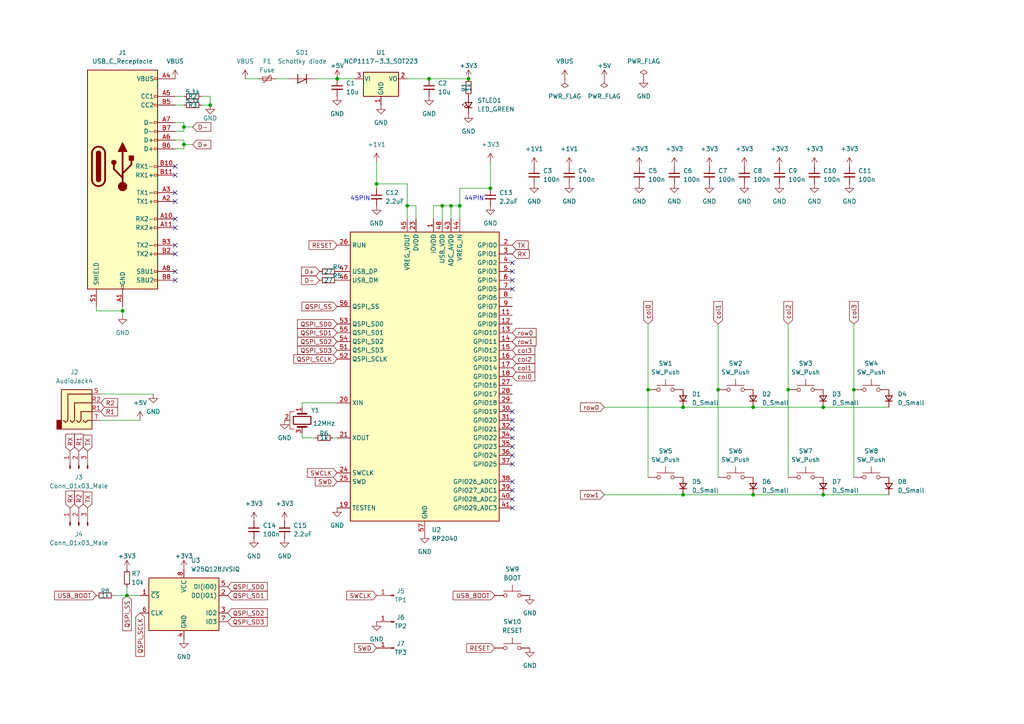
<source format=kicad_sch>
(kicad_sch (version 20211123) (generator eeschema)
  (paper "A4")
  (lib_symbols
    (symbol "Connector:AudioJack4"
      (property "Reference" "J" (at 0 8.89 0))
      (property "Value" "AudioJack4" (at 0 6.35 0))
      (symbol "AudioJack4_0_1"
        (rectangle (start -6.35 -5.08) (end -7.62 -7.62) (stroke (width 0.254)) (fill (type outline)))
        (polyline (pts (xy 0 -5.08) (xy 0.635 -5.715) (xy 1.27 -5.08) (xy 2.54 -5.08)) (stroke (width 0.254)))
        (polyline (pts (xy -5.715 -5.08) (xy -5.08 -5.715) (xy -4.445 -5.08) (xy -4.445 2.54) (xy 2.54 2.54)) (stroke (width 0.254)))
        (polyline (pts (xy -1.905 -5.08) (xy -1.27 -5.715) (xy -0.635 -5.08) (xy -0.635 -2.54) (xy 2.54 -2.54)) (stroke (width 0.254)))
        (polyline (pts (xy 2.54 0) (xy -2.54 0) (xy -2.54 -5.08) (xy -3.175 -5.715) (xy -3.81 -5.08)) (stroke (width 0.254)))
        (rectangle (start 2.54 3.81) (end -6.35 -7.62) (stroke (width 0.254)) (fill (type background)))
      )
      (symbol "AudioJack4_1_1"
        (pin passive line (at 5.08 -2.54 180) (length 2.54) (name "~") (number "R1"))
        (pin passive line (at 5.08 0 180) (length 2.54) (name "~") (number "R2"))
        (pin passive line (at 5.08 2.54 180) (length 2.54) (name "~") (number "S"))
        (pin passive line (at 5.08 -5.08 180) (length 2.54) (name "~") (number "T"))
      )
    )
    (symbol "Connector:Conn_01x01_Male" (pin_names (offset 1.016) hide)
      (property "Reference" "J" (at 0 2.54 0))
      (property "Value" "Conn_01x01_Male" (at 0 -2.54 0))
      (symbol "Conn_01x01_Male_1_1"
        (polyline (pts (xy 1.27 0) (xy 0.8636 0)) (stroke (width 0.1524)))
        (rectangle (start 0.8636 0.127) (end 0 -0.127) (stroke (width 0.1524)) (fill (type outline)))
        (pin passive line (at 5.08 0 180) (length 3.81) (name "Pin_1") (number "1"))
      )
    )
    (symbol "Connector:Conn_01x03_Male" (pin_names (offset 1.016) hide)
      (property "Reference" "J" (at 0 5.08 0))
      (property "Value" "Conn_01x03_Male" (at 0 -5.08 0))
      (symbol "Conn_01x03_Male_1_1"
        (polyline (pts (xy 1.27 -2.54) (xy 0.8636 -2.54)) (stroke (width 0.1524)))
        (polyline (pts (xy 1.27 0) (xy 0.8636 0)) (stroke (width 0.1524)))
        (polyline (pts (xy 1.27 2.54) (xy 0.8636 2.54)) (stroke (width 0.1524)))
        (rectangle (start 0.8636 -2.413) (end 0 -2.667) (stroke (width 0.1524)) (fill (type outline)))
        (rectangle (start 0.8636 0.127) (end 0 -0.127) (stroke (width 0.1524)) (fill (type outline)))
        (rectangle (start 0.8636 2.667) (end 0 2.413) (stroke (width 0.1524)) (fill (type outline)))
        (pin passive line (at 5.08 2.54 180) (length 3.81) (name "Pin_1") (number "1"))
        (pin passive line (at 5.08 0 180) (length 3.81) (name "Pin_2") (number "2"))
        (pin passive line (at 5.08 -2.54 180) (length 3.81) (name "Pin_3") (number "3"))
      )
    )
    (symbol "Connector:USB_C_Receptacle" (pin_names (offset 1.016))
      (property "Reference" "J" (at -10.16 29.21 0))
      (property "Value" "USB_C_Receptacle" (at 10.16 29.21 0))
      (symbol "USB_C_Receptacle_0_0"
        (rectangle (start -0.254 -35.56) (end 0.254 -34.544))
        (rectangle (start 10.16 -32.766) (end 9.144 -33.274))
        (rectangle (start 10.16 -30.226) (end 9.144 -30.734))
        (rectangle (start 10.16 -25.146) (end 9.144 -25.654))
        (rectangle (start 10.16 -22.606) (end 9.144 -23.114))
        (rectangle (start 10.16 -17.526) (end 9.144 -18.034))
        (rectangle (start 10.16 -14.986) (end 9.144 -15.494))
        (rectangle (start 10.16 -9.906) (end 9.144 -10.414))
        (rectangle (start 10.16 -7.366) (end 9.144 -7.874))
        (rectangle (start 10.16 -2.286) (end 9.144 -2.794))
        (rectangle (start 10.16 0.254) (end 9.144 -0.254))
        (rectangle (start 10.16 5.334) (end 9.144 4.826))
        (rectangle (start 10.16 7.874) (end 9.144 7.366))
        (rectangle (start 10.16 10.414) (end 9.144 9.906))
        (rectangle (start 10.16 12.954) (end 9.144 12.446))
        (rectangle (start 10.16 18.034) (end 9.144 17.526))
        (rectangle (start 10.16 20.574) (end 9.144 20.066))
        (rectangle (start 10.16 25.654) (end 9.144 25.146))
      )
      (symbol "USB_C_Receptacle_0_1"
        (rectangle (start -10.16 27.94) (end 10.16 -35.56) (stroke (width 0.254)) (fill (type background)))
        (arc (start -8.89 -3.81) (mid -6.985 -5.715) (end -5.08 -3.81) (stroke (width 0.508)))
        (arc (start -7.62 -3.81) (mid -6.985 -4.445) (end -6.35 -3.81) (stroke (width 0.254)))
        (arc (start -7.62 -3.81) (mid -6.985 -4.445) (end -6.35 -3.81) (stroke (width 0.254)) (fill (type outline)))
        (rectangle (start -7.62 -3.81) (end -6.35 3.81) (stroke (width 0.254)) (fill (type outline)))
        (arc (start -6.35 3.81) (mid -6.985 4.445) (end -7.62 3.81) (stroke (width 0.254)))
        (arc (start -6.35 3.81) (mid -6.985 4.445) (end -7.62 3.81) (stroke (width 0.254)) (fill (type outline)))
        (arc (start -5.08 3.81) (mid -6.985 5.715) (end -8.89 3.81) (stroke (width 0.508)))
        (polyline (pts (xy -8.89 -3.81) (xy -8.89 3.81)) (stroke (width 0.508)))
        (polyline (pts (xy -5.08 3.81) (xy -5.08 -3.81)) (stroke (width 0.508)))
      )
      (symbol "USB_C_Receptacle_1_1"
        (circle (center -2.54 1.143) (radius 0.635) (stroke (width 0.254)) (fill (type outline)))
        (circle (center 0 -5.842) (radius 1.27) (fill (type outline)))
        (polyline (pts (xy 0 -5.842) (xy 0 4.318)) (stroke (width 0.508)))
        (polyline (pts (xy 0 -3.302) (xy -2.54 -0.762) (xy -2.54 0.508)) (stroke (width 0.508)))
        (polyline (pts (xy 0 -2.032) (xy 2.54 0.508) (xy 2.54 1.778)) (stroke (width 0.508)))
        (polyline (pts (xy -1.27 4.318) (xy 0 6.858) (xy 1.27 4.318) (xy -1.27 4.318)) (stroke (width 0.254)) (fill (type outline)))
        (rectangle (start 1.905 1.778) (end 3.175 3.048) (stroke (width 0.254)) (fill (type outline)))
        (pin passive line (at 0 -40.64 90) (length 5.08) (name "GND") (number "A1"))
        (pin bidirectional line (at 15.24 -15.24 180) (length 5.08) (name "RX2-") (number "A10"))
        (pin bidirectional line (at 15.24 -17.78 180) (length 5.08) (name "RX2+") (number "A11"))
        (pin passive line (at 0 -40.64 90) (length 5.08) hide (name "GND") (number "A12"))
        (pin bidirectional line (at 15.24 -10.16 180) (length 5.08) (name "TX1+") (number "A2"))
        (pin bidirectional line (at 15.24 -7.62 180) (length 5.08) (name "TX1-") (number "A3"))
        (pin passive line (at 15.24 25.4 180) (length 5.08) (name "VBUS") (number "A4"))
        (pin bidirectional line (at 15.24 20.32 180) (length 5.08) (name "CC1") (number "A5"))
        (pin bidirectional line (at 15.24 7.62 180) (length 5.08) (name "D+") (number "A6"))
        (pin bidirectional line (at 15.24 12.7 180) (length 5.08) (name "D-") (number "A7"))
        (pin bidirectional line (at 15.24 -30.48 180) (length 5.08) (name "SBU1") (number "A8"))
        (pin passive line (at 15.24 25.4 180) (length 5.08) hide (name "VBUS") (number "A9"))
        (pin passive line (at 0 -40.64 90) (length 5.08) hide (name "GND") (number "B1"))
        (pin bidirectional line (at 15.24 0 180) (length 5.08) (name "RX1-") (number "B10"))
        (pin bidirectional line (at 15.24 -2.54 180) (length 5.08) (name "RX1+") (number "B11"))
        (pin passive line (at 0 -40.64 90) (length 5.08) hide (name "GND") (number "B12"))
        (pin bidirectional line (at 15.24 -25.4 180) (length 5.08) (name "TX2+") (number "B2"))
        (pin bidirectional line (at 15.24 -22.86 180) (length 5.08) (name "TX2-") (number "B3"))
        (pin passive line (at 15.24 25.4 180) (length 5.08) hide (name "VBUS") (number "B4"))
        (pin bidirectional line (at 15.24 17.78 180) (length 5.08) (name "CC2") (number "B5"))
        (pin bidirectional line (at 15.24 5.08 180) (length 5.08) (name "D+") (number "B6"))
        (pin bidirectional line (at 15.24 10.16 180) (length 5.08) (name "D-") (number "B7"))
        (pin bidirectional line (at 15.24 -33.02 180) (length 5.08) (name "SBU2") (number "B8"))
        (pin passive line (at 15.24 25.4 180) (length 5.08) hide (name "VBUS") (number "B9"))
        (pin passive line (at -7.62 -40.64 90) (length 5.08) (name "SHIELD") (number "S1"))
      )
    )
    (symbol "Device:C_Small" (pin_numbers hide) (pin_names (offset 0.254) hide)
      (property "Reference" "C" (at 0.254 1.778 0))
      (property "Value" "C_Small" (at 0.254 -2.032 0))
      (symbol "C_Small_0_1"
        (polyline (pts (xy -1.524 -0.508) (xy 1.524 -0.508)) (stroke (width 0.3302)))
        (polyline (pts (xy -1.524 0.508) (xy 1.524 0.508)) (stroke (width 0.3048)))
      )
      (symbol "C_Small_1_1"
        (pin passive line (at 0 2.54 270) (length 2.032) (name "~") (number "1"))
        (pin passive line (at 0 -2.54 90) (length 2.032) (name "~") (number "2"))
      )
    )
    (symbol "Device:Crystal_GND2" (pin_names (offset 1.016) hide)
      (property "Reference" "Y" (at 0 5.715 0))
      (property "Value" "Crystal_GND2" (at 0 3.81 0))
      (symbol "Crystal_GND2_0_1"
        (rectangle (start -1.143 2.54) (end 1.143 -2.54) (stroke (width 0.3048)))
        (polyline (pts (xy -2.54 0) (xy -1.905 0)))
        (polyline (pts (xy -1.905 -1.27) (xy -1.905 1.27)) (stroke (width 0.508)))
        (polyline (pts (xy 0 -3.81) (xy 0 -3.556)))
        (polyline (pts (xy 1.905 0) (xy 2.54 0)))
        (polyline (pts (xy 1.905 1.27) (xy 1.905 -1.27)) (stroke (width 0.508)))
        (polyline (pts (xy -2.54 -2.286) (xy -2.54 -3.556) (xy 2.54 -3.556) (xy 2.54 -2.286)))
      )
      (symbol "Crystal_GND2_1_1"
        (pin passive line (at -3.81 0 0) (length 1.27) (name "1") (number "1"))
        (pin passive line (at 0 -5.08 90) (length 1.27) (name "2") (number "2"))
        (pin passive line (at 3.81 0 180) (length 1.27) (name "3") (number "3"))
      )
    )
    (symbol "Device:D_Shockley" (pin_numbers hide) (pin_names (offset 1.016) hide)
      (property "Reference" "D" (at 0 2.54 0))
      (property "Value" "D_Shockley" (at 0 -2.54 0))
      (symbol "D_Shockley_0_1"
        (polyline (pts (xy -1.27 0) (xy 1.27 0)))
        (polyline (pts (xy -1.27 1.27) (xy -1.27 -1.27)) (stroke (width 0.254)))
        (polyline (pts (xy -1.27 0) (xy 1.27 1.27) (xy 1.27 -1.27)) (stroke (width 0.254)))
      )
      (symbol "D_Shockley_1_1"
        (pin passive line (at -3.81 0 0) (length 2.54) (name "K") (number "1"))
        (pin passive line (at 3.81 0 180) (length 2.54) (name "A") (number "2"))
      )
    )
    (symbol "Device:D_Small" (pin_numbers hide) (pin_names (offset 0.254) hide)
      (property "Reference" "D" (at -1.27 2.032 0))
      (property "Value" "D_Small" (at -3.81 -2.032 0))
      (symbol "D_Small_0_1"
        (polyline (pts (xy -0.762 -1.016) (xy -0.762 1.016)) (stroke (width 0.254)))
        (polyline (pts (xy -0.762 0) (xy 0.762 0)))
        (polyline (pts (xy 0.762 -1.016) (xy -0.762 0) (xy 0.762 1.016) (xy 0.762 -1.016)) (stroke (width 0.254)))
      )
      (symbol "D_Small_1_1"
        (pin passive line (at -2.54 0 0) (length 1.778) (name "K") (number "1"))
        (pin passive line (at 2.54 0 180) (length 1.778) (name "A") (number "2"))
      )
    )
    (symbol "Device:LED_Small" (pin_numbers hide) (pin_names (offset 0.254) hide)
      (property "Reference" "D" (at -1.27 3.175 0))
      (property "Value" "LED_Small" (at -4.445 -2.54 0))
      (symbol "LED_Small_0_1"
        (polyline (pts (xy -0.762 -1.016) (xy -0.762 1.016)) (stroke (width 0.254)))
        (polyline (pts (xy 1.016 0) (xy -0.762 0)))
        (polyline (pts (xy 0.762 -1.016) (xy -0.762 0) (xy 0.762 1.016) (xy 0.762 -1.016)) (stroke (width 0.254)))
        (polyline (pts (xy 0 0.762) (xy -0.508 1.27) (xy -0.254 1.27) (xy -0.508 1.27) (xy -0.508 1.016)))
        (polyline (pts (xy 0.508 1.27) (xy 0 1.778) (xy 0.254 1.778) (xy 0 1.778) (xy 0 1.524)))
      )
      (symbol "LED_Small_1_1"
        (pin passive line (at -2.54 0 0) (length 1.778) (name "K") (number "1"))
        (pin passive line (at 2.54 0 180) (length 1.778) (name "A") (number "2"))
      )
    )
    (symbol "Device:Polyfuse_Small" (pin_numbers hide) (pin_names (offset 0))
      (property "Reference" "F" (at -1.905 0 90))
      (property "Value" "Polyfuse_Small" (at 1.905 0 90))
      (symbol "Polyfuse_Small_0_1"
        (rectangle (start -0.508 1.27) (end 0.508 -1.27))
        (polyline (pts (xy 0 2.54) (xy 0 -2.54)))
        (polyline (pts (xy -1.016 1.27) (xy -1.016 0.762) (xy 1.016 -0.762) (xy 1.016 -1.27)))
      )
      (symbol "Polyfuse_Small_1_1"
        (pin passive line (at 0 2.54 270) (length 0.635) (name "~") (number "1"))
        (pin passive line (at 0 -2.54 90) (length 0.635) (name "~") (number "2"))
      )
    )
    (symbol "Device:R_Small" (pin_numbers hide) (pin_names (offset 0.254) hide)
      (property "Reference" "R" (at 0.762 0.508 0))
      (property "Value" "R_Small" (at 0.762 -1.016 0))
      (symbol "R_Small_0_1"
        (rectangle (start -0.762 1.778) (end 0.762 -1.778) (stroke (width 0.2032)))
      )
      (symbol "R_Small_1_1"
        (pin passive line (at 0 2.54 270) (length 0.762) (name "~") (number "1"))
        (pin passive line (at 0 -2.54 90) (length 0.762) (name "~") (number "2"))
      )
    )
    (symbol "MCU_RaspberryPi:RP2040"
      (property "Reference" "U" (at 17.78 45.72 0))
      (property "Value" "RP2040" (at 17.78 43.18 0))
      (symbol "RP2040_0_1"
        (rectangle (start -21.59 41.91) (end 21.59 -41.91) (stroke (width 0.254)) (fill (type background)))
      )
      (symbol "RP2040_1_1"
        (pin power_in line (at 2.54 45.72 270) (length 3.81) (name "IOVDD") (number "1"))
        (pin passive line (at 2.54 45.72 270) (length 3.81) hide (name "IOVDD") (number "10"))
        (pin bidirectional line (at 25.4 17.78 180) (length 3.81) (name "GPIO8") (number "11"))
        (pin bidirectional line (at 25.4 15.24 180) (length 3.81) (name "GPIO9") (number "12"))
        (pin bidirectional line (at 25.4 12.7 180) (length 3.81) (name "GPIO10") (number "13"))
        (pin bidirectional line (at 25.4 10.16 180) (length 3.81) (name "GPIO11") (number "14"))
        (pin bidirectional line (at 25.4 7.62 180) (length 3.81) (name "GPIO12") (number "15"))
        (pin bidirectional line (at 25.4 5.08 180) (length 3.81) (name "GPIO13") (number "16"))
        (pin bidirectional line (at 25.4 2.54 180) (length 3.81) (name "GPIO14") (number "17"))
        (pin bidirectional line (at 25.4 0 180) (length 3.81) (name "GPIO15") (number "18"))
        (pin input line (at -25.4 -38.1 0) (length 3.81) (name "TESTEN") (number "19"))
        (pin bidirectional line (at 25.4 38.1 180) (length 3.81) (name "GPIO0") (number "2"))
        (pin input line (at -25.4 -7.62 0) (length 3.81) (name "XIN") (number "20"))
        (pin passive line (at -25.4 -17.78 0) (length 3.81) (name "XOUT") (number "21"))
        (pin passive line (at 2.54 45.72 270) (length 3.81) hide (name "IOVDD") (number "22"))
        (pin power_in line (at -2.54 45.72 270) (length 3.81) (name "DVDD") (number "23"))
        (pin output line (at -25.4 -27.94 0) (length 3.81) (name "SWCLK") (number "24"))
        (pin bidirectional line (at -25.4 -30.48 0) (length 3.81) (name "SWD") (number "25"))
        (pin input line (at -25.4 38.1 0) (length 3.81) (name "RUN") (number "26"))
        (pin bidirectional line (at 25.4 -2.54 180) (length 3.81) (name "GPIO16") (number "27"))
        (pin bidirectional line (at 25.4 -5.08 180) (length 3.81) (name "GPIO17") (number "28"))
        (pin bidirectional line (at 25.4 -7.62 180) (length 3.81) (name "GPIO18") (number "29"))
        (pin bidirectional line (at 25.4 35.56 180) (length 3.81) (name "GPIO1") (number "3"))
        (pin bidirectional line (at 25.4 -10.16 180) (length 3.81) (name "GPIO19") (number "30"))
        (pin bidirectional line (at 25.4 -12.7 180) (length 3.81) (name "GPIO20") (number "31"))
        (pin bidirectional line (at 25.4 -15.24 180) (length 3.81) (name "GPIO21") (number "32"))
        (pin passive line (at 2.54 45.72 270) (length 3.81) hide (name "IOVDD") (number "33"))
        (pin bidirectional line (at 25.4 -17.78 180) (length 3.81) (name "GPIO22") (number "34"))
        (pin bidirectional line (at 25.4 -20.32 180) (length 3.81) (name "GPIO23") (number "35"))
        (pin bidirectional line (at 25.4 -22.86 180) (length 3.81) (name "GPIO24") (number "36"))
        (pin bidirectional line (at 25.4 -25.4 180) (length 3.81) (name "GPIO25") (number "37"))
        (pin bidirectional line (at 25.4 -30.48 180) (length 3.81) (name "GPIO26_ADC0") (number "38"))
        (pin bidirectional line (at 25.4 -33.02 180) (length 3.81) (name "GPIO27_ADC1") (number "39"))
        (pin bidirectional line (at 25.4 33.02 180) (length 3.81) (name "GPIO2") (number "4"))
        (pin bidirectional line (at 25.4 -35.56 180) (length 3.81) (name "GPIO28_ADC2") (number "40"))
        (pin bidirectional line (at 25.4 -38.1 180) (length 3.81) (name "GPIO29_ADC3") (number "41"))
        (pin passive line (at 2.54 45.72 270) (length 3.81) hide (name "IOVDD") (number "42"))
        (pin power_in line (at 7.62 45.72 270) (length 3.81) (name "ADC_AVDD") (number "43"))
        (pin power_in line (at 10.16 45.72 270) (length 3.81) (name "VREG_IN") (number "44"))
        (pin power_out line (at -5.08 45.72 270) (length 3.81) (name "VREG_VOUT") (number "45"))
        (pin bidirectional line (at -25.4 27.94 0) (length 3.81) (name "USB_DM") (number "46"))
        (pin bidirectional line (at -25.4 30.48 0) (length 3.81) (name "USB_DP") (number "47"))
        (pin power_in line (at 5.08 45.72 270) (length 3.81) (name "USB_VDD") (number "48"))
        (pin passive line (at 2.54 45.72 270) (length 3.81) hide (name "IOVDD") (number "49"))
        (pin bidirectional line (at 25.4 30.48 180) (length 3.81) (name "GPIO3") (number "5"))
        (pin passive line (at -2.54 45.72 270) (length 3.81) hide (name "DVDD") (number "50"))
        (pin bidirectional line (at -25.4 7.62 0) (length 3.81) (name "QSPI_SD3") (number "51"))
        (pin output line (at -25.4 5.08 0) (length 3.81) (name "QSPI_SCLK") (number "52"))
        (pin bidirectional line (at -25.4 15.24 0) (length 3.81) (name "QSPI_SD0") (number "53"))
        (pin bidirectional line (at -25.4 10.16 0) (length 3.81) (name "QSPI_SD2") (number "54"))
        (pin bidirectional line (at -25.4 12.7 0) (length 3.81) (name "QSPI_SD1") (number "55"))
        (pin bidirectional line (at -25.4 20.32 0) (length 3.81) (name "QSPI_SS") (number "56"))
        (pin power_in line (at 0 -45.72 90) (length 3.81) (name "GND") (number "57"))
        (pin bidirectional line (at 25.4 27.94 180) (length 3.81) (name "GPIO4") (number "6"))
        (pin bidirectional line (at 25.4 25.4 180) (length 3.81) (name "GPIO5") (number "7"))
        (pin bidirectional line (at 25.4 22.86 180) (length 3.81) (name "GPIO6") (number "8"))
        (pin bidirectional line (at 25.4 20.32 180) (length 3.81) (name "GPIO7") (number "9"))
      )
    )
    (symbol "Memory_Flash:W25Q128JVS"
      (property "Reference" "U" (at -8.89 8.89 0))
      (property "Value" "W25Q128JVS" (at 7.62 8.89 0))
      (symbol "W25Q128JVS_0_1"
        (rectangle (start -10.16 7.62) (end 10.16 -7.62) (stroke (width 0.254)) (fill (type background)))
      )
      (symbol "W25Q128JVS_1_1"
        (pin input line (at -12.7 2.54 0) (length 2.54) (name "~{CS}") (number "1"))
        (pin bidirectional line (at 12.7 2.54 180) (length 2.54) (name "DO(IO1)") (number "2"))
        (pin bidirectional line (at 12.7 -2.54 180) (length 2.54) (name "IO2") (number "3"))
        (pin power_in line (at 0 -10.16 90) (length 2.54) (name "GND") (number "4"))
        (pin bidirectional line (at 12.7 5.08 180) (length 2.54) (name "DI(IO0)") (number "5"))
        (pin input line (at -12.7 -2.54 0) (length 2.54) (name "CLK") (number "6"))
        (pin bidirectional line (at 12.7 -5.08 180) (length 2.54) (name "IO3") (number "7"))
        (pin power_in line (at 0 10.16 270) (length 2.54) (name "VCC") (number "8"))
      )
    )
    (symbol "Regulator_Linear:NCP1117-3.3_SOT223" (pin_names (offset 0.254))
      (property "Reference" "U" (at -3.81 3.175 0))
      (property "Value" "NCP1117-3.3_SOT223" (at 0 3.175 0))
      (symbol "NCP1117-3.3_SOT223_0_1"
        (rectangle (start -5.08 -5.08) (end 5.08 1.905) (stroke (width 0.254)) (fill (type background)))
      )
      (symbol "NCP1117-3.3_SOT223_1_1"
        (pin power_in line (at 0 -7.62 90) (length 2.54) (name "GND") (number "1"))
        (pin power_out line (at 7.62 0 180) (length 2.54) (name "VO") (number "2"))
        (pin power_in line (at -7.62 0 0) (length 2.54) (name "VI") (number "3"))
      )
    )
    (symbol "Switch:SW_Push" (pin_numbers hide) (pin_names (offset 1.016) hide)
      (property "Reference" "SW" (at 1.27 2.54 0))
      (property "Value" "SW_Push" (at 0 -1.524 0))
      (symbol "SW_Push_0_1"
        (circle (center -2.032 0) (radius 0.508))
        (polyline (pts (xy 0 1.27) (xy 0 3.048)))
        (polyline (pts (xy 2.54 1.27) (xy -2.54 1.27)))
        (circle (center 2.032 0) (radius 0.508))
        (pin passive line (at -5.08 0 0) (length 2.54) (name "1") (number "1"))
        (pin passive line (at 5.08 0 180) (length 2.54) (name "2") (number "2"))
      )
    )
    (symbol "power:+1V1" (power) (pin_names (offset 0))
      (property "Value" "+1V1" (at 0 3.556 0))
      (symbol "+1V1_0_1"
        (polyline (pts (xy -0.762 1.27) (xy 0 2.54)))
        (polyline (pts (xy 0 0) (xy 0 2.54)))
        (polyline (pts (xy 0 2.54) (xy 0.762 1.27)))
      )
      (symbol "+1V1_1_1"
        (pin power_in line (at 0 0 90) (length 0) hide (name "+1V1") (number "1"))
      )
    )
    (symbol "power:+3V3" (power) (pin_names (offset 0))
      (property "Value" "+3V3" (at 0 3.556 0))
      (symbol "+3V3_0_1"
        (polyline (pts (xy -0.762 1.27) (xy 0 2.54)))
        (polyline (pts (xy 0 0) (xy 0 2.54)))
        (polyline (pts (xy 0 2.54) (xy 0.762 1.27)))
      )
      (symbol "+3V3_1_1"
        (pin power_in line (at 0 0 90) (length 0) hide (name "+3V3") (number "1"))
      )
    )
    (symbol "power:+5V" (power) (pin_names (offset 0))
      (property "Value" "+5V" (at 0 3.556 0))
      (symbol "+5V_0_1"
        (polyline (pts (xy -0.762 1.27) (xy 0 2.54)))
        (polyline (pts (xy 0 0) (xy 0 2.54)))
        (polyline (pts (xy 0 2.54) (xy 0.762 1.27)))
      )
      (symbol "+5V_1_1"
        (pin power_in line (at 0 0 90) (length 0) hide (name "+5V") (number "1"))
      )
    )
    (symbol "power:GND" (power) (pin_names (offset 0))
      (property "Value" "GND" (at 0 -3.81 0))
      (symbol "GND_0_1"
        (polyline (pts (xy 0 0) (xy 0 -1.27) (xy 1.27 -1.27) (xy 0 -2.54) (xy -1.27 -1.27) (xy 0 -1.27)))
      )
      (symbol "GND_1_1"
        (pin power_in line (at 0 0 270) (length 0) hide (name "GND") (number "1"))
      )
    )
    (symbol "power:PWR_FLAG" (power) (pin_numbers hide) (pin_names (offset 0) hide)
      (property "Value" "PWR_FLAG" (at 0 3.81 0))
      (symbol "PWR_FLAG_0_0"
        (pin power_out line (at 0 0 90) (length 0) (name "pwr") (number "1"))
      )
      (symbol "PWR_FLAG_0_1"
        (polyline (pts (xy 0 0) (xy 0 1.27) (xy -1.016 1.905) (xy 0 2.54) (xy 1.016 1.905) (xy 0 1.27)))
      )
    )
    (symbol "power:VBUS" (power) (pin_names (offset 0))
      (property "Value" "VBUS" (at 0 3.81 0))
      (symbol "VBUS_0_1"
        (polyline (pts (xy -0.762 1.27) (xy 0 2.54)))
        (polyline (pts (xy 0 0) (xy 0 2.54)))
        (polyline (pts (xy 0 2.54) (xy 0.762 1.27)))
      )
      (symbol "VBUS_1_1"
        (pin power_in line (at 0 0 90) (length 0) hide (name "VBUS") (number "1"))
      )
    )
  )
  (junction (at 36.83 172.72))
  (junction (at 60.96 30.48))
  (junction (at 109.22 53.34))
  (junction (at 187.96 113.03))
  (junction (at 208.28 113.03))
  (junction (at 198.12 118.11))
  (junction (at 133.35 59.69))
  (junction (at 198.12 143.51))
  (junction (at 218.44 118.11))
  (junction (at 238.76 143.51))
  (junction (at 118.11 59.69))
  (junction (at 124.46 22.86))
  (junction (at 53.34 41.91))
  (junction (at 130.81 59.69))
  (junction (at 53.34 36.83))
  (junction (at 97.79 22.86))
  (junction (at 228.6 113.03))
  (junction (at 218.44 143.51))
  (junction (at 35.56 90.17))
  (junction (at 142.24 54.61))
  (junction (at 247.65 113.03))
  (junction (at 135.89 22.86))
  (junction (at 238.76 118.11))
  (junction (at 128.27 59.69))
  (no_connect (at 50.8 78.74))
  (no_connect (at 148.59 119.38))
  (no_connect (at 148.59 81.28))
  (no_connect (at 50.8 48.26))
  (no_connect (at 148.59 139.7))
  (no_connect (at 50.8 58.42))
  (no_connect (at 50.8 73.66))
  (no_connect (at 148.59 124.46))
  (no_connect (at 148.59 83.82))
  (no_connect (at 148.59 132.08))
  (no_connect (at 148.59 129.54))
  (no_connect (at 50.8 63.5))
  (no_connect (at 50.8 71.12))
  (no_connect (at 148.59 78.74))
  (no_connect (at 148.59 142.24))
  (no_connect (at 50.8 66.04))
  (no_connect (at 148.59 147.32))
  (no_connect (at 50.8 50.8))
  (no_connect (at 148.59 144.78))
  (no_connect (at 148.59 121.92))
  (no_connect (at 50.8 55.88))
  (no_connect (at 50.8 81.28))
  (no_connect (at 148.59 127))
  (no_connect (at 148.59 76.2))
  (no_connect (at 148.59 134.62))
  (wire (pts (xy 53.34 36.83) (xy 53.34 38.1)))
  (wire (pts (xy 53.34 40.64) (xy 53.34 41.91)))
  (wire (pts (xy 142.24 54.61) (xy 133.35 54.61)))
  (wire (pts (xy 118.11 22.86) (xy 124.46 22.86)))
  (wire (pts (xy 133.35 59.69) (xy 133.35 63.5)))
  (wire (pts (xy 187.96 93.98) (xy 187.96 113.03)))
  (wire (pts (xy 27.94 88.9) (xy 27.94 90.17)))
  (wire (pts (xy 96.52 127) (xy 97.79 127)))
  (wire (pts (xy 50.8 27.94) (xy 53.34 27.94)))
  (wire (pts (xy 58.42 27.94) (xy 60.96 27.94)))
  (wire (pts (xy 247.65 113.03) (xy 247.65 138.43)))
  (wire (pts (xy 33.02 172.72) (xy 36.83 172.72)))
  (wire (pts (xy 125.73 59.69) (xy 128.27 59.69)))
  (wire (pts (xy 29.21 114.3) (xy 44.45 114.3)))
  (wire (pts (xy 133.35 54.61) (xy 133.35 59.69)))
  (wire (pts (xy 109.22 53.34) (xy 109.22 54.61)))
  (wire (pts (xy 80.01 22.86) (xy 83.82 22.86)))
  (wire (pts (xy 118.11 59.69) (xy 118.11 63.5)))
  (wire (pts (xy 238.76 143.51) (xy 257.81 143.51)))
  (wire (pts (xy 50.8 35.56) (xy 53.34 35.56)))
  (wire (pts (xy 142.24 46.99) (xy 142.24 54.61)))
  (wire (pts (xy 87.63 127) (xy 91.44 127)))
  (wire (pts (xy 53.34 38.1) (xy 50.8 38.1)))
  (wire (pts (xy 35.56 88.9) (xy 35.56 90.17)))
  (wire (pts (xy 53.34 41.91) (xy 55.88 41.91)))
  (wire (pts (xy 29.21 121.92) (xy 40.64 121.92)))
  (wire (pts (xy 53.34 41.91) (xy 53.34 43.18)))
  (wire (pts (xy 198.12 143.51) (xy 218.44 143.51)))
  (wire (pts (xy 208.28 93.98) (xy 208.28 113.03)))
  (wire (pts (xy 87.63 116.84) (xy 97.79 116.84)))
  (wire (pts (xy 91.44 22.86) (xy 97.79 22.86)))
  (wire (pts (xy 53.34 43.18) (xy 50.8 43.18)))
  (wire (pts (xy 120.65 59.69) (xy 118.11 59.69)))
  (wire (pts (xy 120.65 59.69) (xy 120.65 63.5)))
  (wire (pts (xy 58.42 30.48) (xy 60.96 30.48)))
  (wire (pts (xy 128.27 59.69) (xy 128.27 63.5)))
  (wire (pts (xy 60.96 27.94) (xy 60.96 30.48)))
  (wire (pts (xy 50.8 40.64) (xy 53.34 40.64)))
  (wire (pts (xy 175.26 118.11) (xy 198.12 118.11)))
  (wire (pts (xy 97.79 22.86) (xy 102.87 22.86)))
  (wire (pts (xy 187.96 113.03) (xy 187.96 138.43)))
  (wire (pts (xy 71.12 22.86) (xy 74.93 22.86)))
  (wire (pts (xy 109.22 53.34) (xy 118.11 53.34)))
  (wire (pts (xy 36.83 172.72) (xy 40.64 172.72)))
  (wire (pts (xy 247.65 93.98) (xy 247.65 113.03)))
  (wire (pts (xy 228.6 113.03) (xy 228.6 138.43)))
  (wire (pts (xy 208.28 113.03) (xy 208.28 138.43)))
  (wire (pts (xy 87.63 125.73) (xy 87.63 127)))
  (wire (pts (xy 228.6 93.98) (xy 228.6 113.03)))
  (wire (pts (xy 36.83 170.18) (xy 36.83 172.72)))
  (wire (pts (xy 198.12 118.11) (xy 218.44 118.11)))
  (wire (pts (xy 238.76 118.11) (xy 257.81 118.11)))
  (wire (pts (xy 218.44 143.51) (xy 238.76 143.51)))
  (wire (pts (xy 87.63 116.84) (xy 87.63 118.11)))
  (wire (pts (xy 109.22 46.99) (xy 109.22 53.34)))
  (wire (pts (xy 53.34 36.83) (xy 55.88 36.83)))
  (wire (pts (xy 118.11 53.34) (xy 118.11 59.69)))
  (wire (pts (xy 124.46 22.86) (xy 135.89 22.86)))
  (wire (pts (xy 128.27 59.69) (xy 130.81 59.69)))
  (wire (pts (xy 175.26 143.51) (xy 198.12 143.51)))
  (wire (pts (xy 130.81 59.69) (xy 133.35 59.69)))
  (wire (pts (xy 53.34 35.56) (xy 53.34 36.83)))
  (wire (pts (xy 125.73 59.69) (xy 125.73 63.5)))
  (wire (pts (xy 50.8 30.48) (xy 53.34 30.48)))
  (wire (pts (xy 27.94 90.17) (xy 35.56 90.17)))
  (wire (pts (xy 130.81 59.69) (xy 130.81 63.5)))
  (wire (pts (xy 218.44 118.11) (xy 238.76 118.11)))
  (wire (pts (xy 35.56 90.17) (xy 35.56 91.44)))
  (text "45PIN" (at 101.6 58.42 0) (effects (font (size 1.27 1.27)) (justify left bottom)))
  (text "44PIN" (at 134.62 58.42 0) (effects (font (size 1.27 1.27)) (justify left bottom)))
  (global_label "row0" (shape input) (at 148.59 96.52 0) (property "シート間のリファレンス" "${INTERSHEET_REFS}" (effects hide)))
  (global_label "R1" (shape input) (at 29.21 119.38 0) (property "シート間のリファレンス" "${INTERSHEET_REFS}" (effects hide)))
  (global_label "RESET" (shape input) (at 97.79 71.12 180) (property "Intersheet References" "${INTERSHEET_REFS}" (effects hide)))
  (global_label "TX" (shape input) (at 25.4 147.32 90) (property "シート間のリファレンス" "${INTERSHEET_REFS}" (effects hide)))
  (global_label "RX" (shape input) (at 20.32 130.81 90) (property "シート間のリファレンス" "${INTERSHEET_REFS}" (effects hide)))
  (global_label "USB_BOOT" (shape input) (at 27.94 172.72 180) (property "Intersheet References" "${INTERSHEET_REFS}" (effects hide)))
  (global_label "col1" (shape input) (at 148.59 106.68 0) (property "シート間のリファレンス" "${INTERSHEET_REFS}" (effects hide)))
  (global_label "RX" (shape input) (at 148.59 73.66 0) (property "シート間のリファレンス" "${INTERSHEET_REFS}" (effects hide)))
  (global_label "QSPI_SD2" (shape input) (at 66.04 177.8 0) (property "Intersheet References" "${INTERSHEET_REFS}" (effects hide)))
  (global_label "R1" (shape input) (at 22.86 130.81 90) (property "シート間のリファレンス" "${INTERSHEET_REFS}" (effects hide)))
  (global_label "row1" (shape input) (at 148.59 99.06 0) (property "シート間のリファレンス" "${INTERSHEET_REFS}" (effects hide)))
  (global_label "QSPI_SCLK" (shape input) (at 40.64 177.8 270) (property "Intersheet References" "${INTERSHEET_REFS}" (effects hide)))
  (global_label "col2" (shape input) (at 228.6 93.98 90) (property "シート間のリファレンス" "${INTERSHEET_REFS}" (effects hide)))
  (global_label "row1" (shape input) (at 175.26 143.51 180) (property "シート間のリファレンス" "${INTERSHEET_REFS}" (effects hide)))
  (global_label "col0" (shape input) (at 148.59 109.22 0) (property "シート間のリファレンス" "${INTERSHEET_REFS}" (effects hide)))
  (global_label "TX" (shape input) (at 25.4 130.81 90) (property "シート間のリファレンス" "${INTERSHEET_REFS}" (effects hide)))
  (global_label "D+" (shape input) (at 55.88 41.91 0) (property "Intersheet References" "${INTERSHEET_REFS}" (effects hide)))
  (global_label "col1" (shape input) (at 208.28 93.98 90) (property "シート間のリファレンス" "${INTERSHEET_REFS}" (effects hide)))
  (global_label "col0" (shape input) (at 187.96 93.98 90) (property "シート間のリファレンス" "${INTERSHEET_REFS}" (effects hide)))
  (global_label "col3" (shape input) (at 247.65 93.98 90) (property "シート間のリファレンス" "${INTERSHEET_REFS}" (effects hide)))
  (global_label "QSPI_SS" (shape input) (at 97.79 88.9 180) (property "Intersheet References" "${INTERSHEET_REFS}" (effects hide)))
  (global_label "QSPI_SD1" (shape input) (at 97.79 96.52 180) (property "Intersheet References" "${INTERSHEET_REFS}" (effects hide)))
  (global_label "QSPI_SD3" (shape input) (at 66.04 180.34 0) (property "Intersheet References" "${INTERSHEET_REFS}" (effects hide)))
  (global_label "SWCLK" (shape input) (at 97.79 137.16 180) (property "Intersheet References" "${INTERSHEET_REFS}" (effects hide)))
  (global_label "QSPI_SD2" (shape input) (at 97.79 99.06 180) (property "Intersheet References" "${INTERSHEET_REFS}" (effects hide)))
  (global_label "QSPI_SD1" (shape input) (at 66.04 172.72 0) (property "Intersheet References" "${INTERSHEET_REFS}" (effects hide)))
  (global_label "D-" (shape input) (at 55.88 36.83 0) (property "Intersheet References" "${INTERSHEET_REFS}" (effects hide)))
  (global_label "SWD" (shape input) (at 97.79 139.7 180) (property "Intersheet References" "${INTERSHEET_REFS}" (effects hide)))
  (global_label "row0" (shape input) (at 175.26 118.11 180) (property "シート間のリファレンス" "${INTERSHEET_REFS}" (effects hide)))
  (global_label "RESET" (shape input) (at 143.51 187.96 180) (property "Intersheet References" "${INTERSHEET_REFS}" (effects hide)))
  (global_label "R2" (shape input) (at 22.86 147.32 90) (property "シート間のリファレンス" "${INTERSHEET_REFS}" (effects hide)))
  (global_label "D+" (shape input) (at 92.71 78.74 180) (property "Intersheet References" "${INTERSHEET_REFS}" (effects hide)))
  (global_label "QSPI_SD0" (shape input) (at 97.79 93.98 180) (property "Intersheet References" "${INTERSHEET_REFS}" (effects hide)))
  (global_label "col2" (shape input) (at 148.59 104.14 0) (property "シート間のリファレンス" "${INTERSHEET_REFS}" (effects hide)))
  (global_label "SWCLK" (shape input) (at 109.22 172.72 180) (property "Intersheet References" "${INTERSHEET_REFS}" (effects hide)))
  (global_label "R2" (shape input) (at 29.21 116.84 0) (property "シート間のリファレンス" "${INTERSHEET_REFS}" (effects hide)))
  (global_label "RX" (shape input) (at 20.32 147.32 90) (property "シート間のリファレンス" "${INTERSHEET_REFS}" (effects hide)))
  (global_label "col3" (shape input) (at 148.59 101.6 0) (property "シート間のリファレンス" "${INTERSHEET_REFS}" (effects hide)))
  (global_label "USB_BOOT" (shape input) (at 143.51 172.72 180) (property "Intersheet References" "${INTERSHEET_REFS}" (effects hide)))
  (global_label "QSPI_SD0" (shape input) (at 66.04 170.18 0) (property "Intersheet References" "${INTERSHEET_REFS}" (effects hide)))
  (global_label "TX" (shape input) (at 148.59 71.12 0) (property "シート間のリファレンス" "${INTERSHEET_REFS}" (effects hide)))
  (global_label "D-" (shape input) (at 92.71 81.28 180) (property "Intersheet References" "${INTERSHEET_REFS}" (effects hide)))
  (global_label "QSPI_SS" (shape input) (at 36.83 172.72 270) (property "Intersheet References" "${INTERSHEET_REFS}" (effects hide)))
  (global_label "QSPI_SD3" (shape input) (at 97.79 101.6 180) (property "Intersheet References" "${INTERSHEET_REFS}" (effects hide)))
  (global_label "SWD" (shape input) (at 109.22 187.96 180) (property "Intersheet References" "${INTERSHEET_REFS}" (effects hide)))
  (global_label "QSPI_SCLK" (shape input) (at 97.79 104.14 180) (property "Intersheet References" "${INTERSHEET_REFS}" (effects hide)))
  (symbol (lib_id "power:GND") (at 97.79 27.94 0) (unit 1)
    (property "Reference" "#PWR08" (effects hide))
    (property "Value" "GND" (at 97.79 33.02 0))
  )
  (symbol (lib_id "power:+3V3") (at 142.24 46.99 0) (unit 1)
    (property "Reference" "#PWR014" (effects hide))
    (property "Value" "+3V3" (at 142.24 41.91 0))
  )
  (symbol (lib_id "power:+3V3") (at 73.66 151.13 0) (unit 1)
    (property "Reference" "#PWR040" (effects hide))
    (property "Value" "+3V3" (at 73.66 146.05 0))
  )
  (symbol (lib_id "power:PWR_FLAG") (at 163.83 22.86 180) (unit 1)
    (property "Reference" "#FLG01" (effects hide))
    (property "Value" "PWR_FLAG" (at 163.83 27.94 0))
  )
  (symbol (lib_id "Switch:SW_Push") (at 252.73 138.43 0) (unit 1)
    (property "Reference" "SW8" (at 252.73 130.81 0))
    (property "Value" "SW_Push" (at 252.73 133.35 0))
    (property "Footprint" "yuchi:MX_HOLE" (effects hide))
  )
  (symbol (lib_id "power:GND") (at 215.9 53.34 0) (unit 1)
    (property "Reference" "#PWR029" (effects hide))
    (property "Value" "GND" (at 215.9 58.42 0))
  )
  (symbol (lib_id "power:+3V3") (at 53.34 165.1 0) (unit 1)
    (property "Reference" "#PWR046" (effects hide))
    (property "Value" "+3V3" (at 53.34 161.29 0))
  )
  (symbol (lib_id "Switch:SW_Push") (at 213.36 113.03 0) (unit 1)
    (property "Reference" "SW2" (at 213.36 105.41 0))
    (property "Value" "SW_Push" (at 213.36 107.95 0))
    (property "Footprint" "yuchi:MX_HOLE" (effects hide))
  )
  (symbol (lib_id "power:GND") (at 226.06 53.34 0) (unit 1)
    (property "Reference" "#PWR030" (effects hide))
    (property "Value" "GND" (at 226.06 58.42 0))
  )
  (symbol (lib_id "power:+3V3") (at 185.42 48.26 0) (unit 1)
    (property "Reference" "#PWR017" (effects hide))
    (property "Value" "+3V3" (at 185.42 43.18 0))
  )
  (symbol (lib_id "MCU_RaspberryPi:RP2040") (at 123.19 109.22 0) (unit 1)
    (property "Reference" "U2" (at 125.2094 153.67 0) (effects (justify left)))
    (property "Value" "RP2040" (at 125.2094 156.21 0) (effects (justify left)))
    (property "Footprint" "Package_DFN_QFN:QFN-56-1EP_7x7mm_P0.4mm_EP3.2x3.2mm" (effects hide))
    (property "Datasheet" "https://datasheets.raspberrypi.com/rp2040/rp2040-datasheet.pdf" (effects hide))
  )
  (symbol (lib_id "power:GND") (at 82.55 121.92 0) (unit 1)
    (property "Reference" "#PWR038" (effects hide))
    (property "Value" "GND" (at 82.55 127 0))
  )
  (symbol (lib_id "power:GND") (at 109.22 59.69 0) (unit 1)
    (property "Reference" "#PWR033" (effects hide))
    (property "Value" "GND" (at 109.22 64.77 0))
  )
  (symbol (lib_id "Device:C_Small") (at 142.24 57.15 0) (unit 1)
    (property "Reference" "C13" (at 144.78 55.8862 0) (effects (justify left)))
    (property "Value" "2.2uF" (at 144.78 58.4262 0) (effects (justify left)))
    (property "Footprint" "Capacitor_SMD:C_0402_1005Metric" (effects hide))
  )
  (symbol (lib_id "Switch:SW_Push") (at 193.04 138.43 0) (unit 1)
    (property "Reference" "SW5" (at 193.04 130.81 0))
    (property "Value" "SW_Push" (at 193.04 133.35 0))
    (property "Footprint" "yuchi:MX_HOLE" (effects hide))
  )
  (symbol (lib_id "Device:R_Small") (at 95.25 78.74 270) (unit 1)
    (property "Reference" "R4" (at 97.79 77.47 90))
    (property "Value" "27" (at 95.25 78.74 90))
    (property "Footprint" "Resistor_SMD:R_0402_1005Metric" (effects hide))
  )
  (symbol (lib_id "power:+3V3") (at 215.9 48.26 0) (unit 1)
    (property "Reference" "#PWR020" (effects hide))
    (property "Value" "+3V3" (at 215.9 43.18 0))
  )
  (symbol (lib_id "power:VBUS") (at 50.8 22.86 0) (unit 1)
    (property "Reference" "#PWR01" (effects hide))
    (property "Value" "VBUS" (at 50.8 17.78 0))
  )
  (symbol (lib_id "power:GND") (at 165.1 53.34 0) (unit 1)
    (property "Reference" "#PWR025" (effects hide))
    (property "Value" "GND" (at 165.1 58.42 0))
  )
  (symbol (lib_id "Device:C_Small") (at 165.1 50.8 0) (unit 1)
    (property "Reference" "C4" (at 167.64 49.5362 0) (effects (justify left)))
    (property "Value" "100n" (at 167.64 52.0762 0) (effects (justify left)))
    (property "Footprint" "Capacitor_SMD:C_0402_1005Metric" (effects hide))
  )
  (symbol (lib_id "power:+3V3") (at 135.89 22.86 0) (unit 1)
    (property "Reference" "#PWR04" (effects hide))
    (property "Value" "+3V3" (at 135.89 19.05 0))
  )
  (symbol (lib_id "power:GND") (at 205.74 53.34 0) (unit 1)
    (property "Reference" "#PWR028" (effects hide))
    (property "Value" "GND" (at 205.74 58.42 0))
  )
  (symbol (lib_id "Device:C_Small") (at 236.22 50.8 0) (unit 1)
    (property "Reference" "C10" (at 238.76 49.5362 0) (effects (justify left)))
    (property "Value" "100n" (at 238.76 52.0762 0) (effects (justify left)))
    (property "Footprint" "Capacitor_SMD:C_0402_1005Metric" (effects hide))
  )
  (symbol (lib_id "power:+3V3") (at 246.38 48.26 0) (unit 1)
    (property "Reference" "#PWR023" (effects hide))
    (property "Value" "+3V3" (at 246.38 43.18 0))
  )
  (symbol (lib_id "Connector:Conn_01x03_Male") (at 22.86 135.89 90) (unit 1)
    (property "Reference" "J3" (at 22.86 138.43 90))
    (property "Value" "Conn_01x03_Male" (at 22.86 140.97 90))
    (property "Footprint" "Jumper:SolderJumper-3_P1.3mm_Open_Pad1.0x1.5mm_NumberLabels" (effects hide))
  )
  (symbol (lib_id "Device:C_Small") (at 73.66 153.67 0) (unit 1)
    (property "Reference" "C14" (at 76.2 152.4062 0) (effects (justify left)))
    (property "Value" "100n" (at 76.2 154.9462 0) (effects (justify left)))
    (property "Footprint" "Capacitor_SMD:C_0402_1005Metric" (effects hide))
  )
  (symbol (lib_id "power:GND") (at 153.67 172.72 0) (unit 1)
    (property "Reference" "#PWR047" (effects hide))
    (property "Value" "GND" (at 153.67 177.8 0))
  )
  (symbol (lib_id "power:GND") (at 124.46 27.94 0) (unit 1)
    (property "Reference" "#PWR09" (effects hide))
    (property "Value" "GND" (at 124.46 33.02 0))
  )
  (symbol (lib_id "power:+1V1") (at 165.1 48.26 0) (unit 1)
    (property "Reference" "#PWR016" (effects hide))
    (property "Value" "+1V1" (at 165.1 43.18 0))
  )
  (symbol (lib_id "power:GND") (at 195.58 53.34 0) (unit 1)
    (property "Reference" "#PWR027" (effects hide))
    (property "Value" "GND" (at 195.58 58.42 0))
  )
  (symbol (lib_id "power:+1V1") (at 109.22 46.99 0) (unit 1)
    (property "Reference" "#PWR013" (effects hide))
    (property "Value" "+1V1" (at 109.22 41.91 0))
  )
  (symbol (lib_id "Device:C_Small") (at 246.38 50.8 0) (unit 1)
    (property "Reference" "C11" (at 248.92 49.5362 0) (effects (justify left)))
    (property "Value" "100n" (at 248.92 52.0762 0) (effects (justify left)))
    (property "Footprint" "Capacitor_SMD:C_0402_1005Metric" (effects hide))
  )
  (symbol (lib_id "power:+5V") (at 175.26 22.86 0) (unit 1)
    (property "Reference" "#PWR06" (effects hide))
    (property "Value" "+5V" (at 175.26 19.05 0))
  )
  (symbol (lib_id "power:GND") (at 186.69 22.86 0) (unit 1)
    (property "Reference" "#PWR07" (effects hide))
    (property "Value" "GND" (at 186.69 27.94 0))
  )
  (symbol (lib_id "power:GND") (at 185.42 53.34 0) (unit 1)
    (property "Reference" "#PWR026" (effects hide))
    (property "Value" "GND" (at 185.42 58.42 0))
  )
  (symbol (lib_id "Device:R_Small") (at 93.98 127 90) (unit 1)
    (property "Reference" "R6" (at 93.98 125.73 90))
    (property "Value" "1k" (at 93.98 127 90))
    (property "Footprint" "Resistor_SMD:R_0402_1005Metric" (effects hide))
  )
  (symbol (lib_id "Device:R_Small") (at 135.89 25.4 180) (unit 1)
    (property "Reference" "R1" (at 134.62 25.4 90))
    (property "Value" "1k" (at 135.89 25.4 90))
    (property "Footprint" "Resistor_SMD:R_0402_1005Metric" (effects hide))
  )
  (symbol (lib_id "power:GND") (at 44.45 114.3 0) (unit 1)
    (property "Reference" "#PWR036" (effects hide))
    (property "Value" "GND" (at 44.45 119.38 0))
  )
  (symbol (lib_id "Device:Polyfuse_Small") (at 77.47 22.86 90) (unit 1)
    (property "Reference" "F1" (at 77.47 17.78 90))
    (property "Value" "Fuse" (at 77.47 20.32 90))
    (property "Footprint" "Fuse:Fuse_0603_1608Metric" (effects hide))
    (property "LCSC" "C122965" (effects hide))
  )
  (symbol (lib_id "Connector:Conn_01x01_Male") (at 114.3 180.34 180) (unit 1)
    (property "Reference" "J6" (at 116.205 179.07 0))
    (property "Value" "TP2" (at 116.205 181.61 0))
    (property "Footprint" "TestPoint:TestPoint_Pad_D1.0mm" (effects hide))
  )
  (symbol (lib_id "power:VBUS") (at 71.12 22.86 0) (unit 1)
    (property "Reference" "#PWR02" (effects hide))
    (property "Value" "VBUS" (at 71.12 17.78 0))
  )
  (symbol (lib_id "Device:C_Small") (at 109.22 57.15 0) (unit 1)
    (property "Reference" "C12" (at 111.76 55.8862 0) (effects (justify left)))
    (property "Value" "2.2uF" (at 111.76 58.4262 0) (effects (justify left)))
    (property "Footprint" "Capacitor_SMD:C_0402_1005Metric" (effects hide))
  )
  (symbol (lib_id "power:+5V") (at 97.79 22.86 0) (unit 1)
    (property "Reference" "#PWR03" (effects hide))
    (property "Value" "+5V" (at 97.79 19.05 0))
  )
  (symbol (lib_id "Regulator_Linear:NCP1117-3.3_SOT223") (at 110.49 22.86 0) (unit 1)
    (property "Reference" "U1" (at 110.49 15.24 0))
    (property "Value" "NCP1117-3.3_SOT223" (at 110.49 17.78 0))
    (property "Footprint" "Package_TO_SOT_SMD:SOT-223" (effects hide))
    (property "Datasheet" "http://www.onsemi.com/pub_link/Collateral/NCP1117-D.PDF" (effects hide))
  )
  (symbol (lib_id "Device:D_Small") (at 238.76 140.97 90) (unit 1)
    (property "Reference" "D7" (at 241.3 139.6999 90) (effects (justify right)))
    (property "Value" "D_Small" (at 241.3 142.2399 90) (effects (justify right)))
    (property "Footprint" "Diode_SMD:D_SOD-123" (effects hide))
  )
  (symbol (lib_id "Device:R_Small") (at 95.25 81.28 270) (unit 1)
    (property "Reference" "R5" (at 97.79 80.01 90))
    (property "Value" "27" (at 95.25 81.28 90))
    (property "Footprint" "Resistor_SMD:R_0402_1005Metric" (effects hide))
  )
  (symbol (lib_id "Device:LED_Small") (at 135.89 30.48 90) (unit 1)
    (property "Reference" "STLED1" (at 138.43 29.1464 90) (effects (justify right)))
    (property "Value" "LED_GREEN" (at 138.43 31.6864 90) (effects (justify right)))
    (property "Footprint" "LED_SMD:LED_0402_1005Metric" (effects hide))
  )
  (symbol (lib_id "power:GND") (at 73.66 156.21 0) (unit 1)
    (property "Reference" "#PWR043" (effects hide))
    (property "Value" "GND" (at 73.66 161.29 0))
  )
  (symbol (lib_id "Device:C_Small") (at 82.55 153.67 0) (unit 1)
    (property "Reference" "C15" (at 85.09 152.4062 0) (effects (justify left)))
    (property "Value" "2.2uF" (at 85.09 154.9462 0) (effects (justify left)))
    (property "Footprint" "Capacitor_SMD:C_0402_1005Metric" (effects hide))
  )
  (symbol (lib_id "power:GND") (at 142.24 59.69 0) (unit 1)
    (property "Reference" "#PWR034" (effects hide))
    (property "Value" "GND" (at 142.24 64.77 0))
  )
  (symbol (lib_id "power:GND") (at 97.79 147.32 0) (unit 1)
    (property "Reference" "#PWR039" (effects hide))
    (property "Value" "GND" (at 97.79 152.4 0))
  )
  (symbol (lib_id "Connector:AudioJack4") (at 24.13 116.84 0) (unit 1)
    (property "Reference" "J2" (at 21.59 107.95 0))
    (property "Value" "AudioJack4" (at 21.59 110.49 0))
    (property "Footprint" "yuchi_kbd:PJ-320" (effects hide))
  )
  (symbol (lib_id "Device:R_Small") (at 55.88 27.94 90) (unit 1)
    (property "Reference" "R2" (at 55.88 27.94 90))
    (property "Value" "5.1k" (at 55.88 26.67 90))
    (property "Footprint" "Resistor_SMD:R_0402_1005Metric" (effects hide))
  )
  (symbol (lib_id "Device:R_Small") (at 36.83 167.64 0) (unit 1)
    (property "Reference" "R7" (at 38.1 166.3699 0) (effects (justify left)))
    (property "Value" "10k" (at 38.1 168.9099 0) (effects (justify left)))
    (property "Footprint" "Resistor_SMD:R_0402_1005Metric" (effects hide))
  )
  (symbol (lib_id "Switch:SW_Push") (at 233.68 113.03 0) (unit 1)
    (property "Reference" "SW3" (at 233.68 105.41 0))
    (property "Value" "SW_Push" (at 233.68 107.95 0))
    (property "Footprint" "yuchi:MX_HOLE" (effects hide))
  )
  (symbol (lib_id "power:PWR_FLAG") (at 175.26 22.86 180) (unit 1)
    (property "Reference" "#FLG02" (effects hide))
    (property "Value" "PWR_FLAG" (at 175.26 27.94 0))
  )
  (symbol (lib_id "Device:D_Small") (at 257.81 140.97 90) (unit 1)
    (property "Reference" "D8" (at 260.35 139.6999 90) (effects (justify right)))
    (property "Value" "D_Small" (at 260.35 142.2399 90) (effects (justify right)))
    (property "Footprint" "Diode_SMD:D_SOD-123" (effects hide))
  )
  (symbol (lib_id "Device:C_Small") (at 195.58 50.8 0) (unit 1)
    (property "Reference" "C6" (at 198.12 49.5362 0) (effects (justify left)))
    (property "Value" "100n" (at 198.12 52.0762 0) (effects (justify left)))
    (property "Footprint" "Capacitor_SMD:C_0402_1005Metric" (effects hide))
  )
  (symbol (lib_id "power:GND") (at 53.34 185.42 0) (unit 1)
    (property "Reference" "#PWR049" (effects hide))
    (property "Value" "GND" (at 53.34 190.5 0))
  )
  (symbol (lib_id "Device:Crystal_GND2") (at 87.63 121.92 270) (unit 1)
    (property "Reference" "Y1" (at 91.44 118.999 90))
    (property "Value" "12MHz" (at 93.98 122.809 90))
    (property "Footprint" "Crystal:Resonator_SMD_Murata_CSTxExxV-3Pin_3.0x1.1mm" (effects hide))
    (property "フィールド4" "CSTNE12M0G550000R0" (effects hide))
  )
  (symbol (lib_id "power:+3V3") (at 195.58 48.26 0) (unit 1)
    (property "Reference" "#PWR018" (effects hide))
    (property "Value" "+3V3" (at 195.58 43.18 0))
  )
  (symbol (lib_id "Switch:SW_Push") (at 148.59 187.96 0) (unit 1)
    (property "Reference" "SW10" (at 148.59 180.34 0))
    (property "Value" "RESET" (at 148.59 182.88 0))
    (property "Footprint" "Button_Switch_SMD:SW_SPST_PTS810" (effects hide))
  )
  (symbol (lib_id "power:+3V3") (at 36.83 165.1 0) (unit 1)
    (property "Reference" "#PWR045" (effects hide))
    (property "Value" "+3V3" (at 36.83 161.29 0))
  )
  (symbol (lib_id "Device:D_Small") (at 198.12 115.57 90) (unit 1)
    (property "Reference" "D1" (at 200.66 114.2999 90) (effects (justify right)))
    (property "Value" "D_Small" (at 200.66 116.8399 90) (effects (justify right)))
    (property "Footprint" "Diode_SMD:D_SOD-123" (effects hide))
  )
  (symbol (lib_id "Device:C_Small") (at 124.46 25.4 0) (unit 1)
    (property "Reference" "C2" (at 127 24.1362 0) (effects (justify left)))
    (property "Value" "10u" (at 127 26.6762 0) (effects (justify left)))
    (property "Footprint" "Capacitor_SMD:C_0402_1005Metric" (effects hide))
  )
  (symbol (lib_id "Device:D_Small") (at 198.12 140.97 90) (unit 1)
    (property "Reference" "D5" (at 200.66 139.6999 90) (effects (justify right)))
    (property "Value" "D_Small" (at 200.66 142.2399 90) (effects (justify right)))
    (property "Footprint" "Diode_SMD:D_SOD-123" (effects hide))
  )
  (symbol (lib_id "power:GND") (at 154.94 53.34 0) (unit 1)
    (property "Reference" "#PWR024" (effects hide))
    (property "Value" "GND" (at 154.94 58.42 0))
  )
  (symbol (lib_id "power:GND") (at 109.22 180.34 0) (unit 1)
    (property "Reference" "#PWR048" (effects hide))
    (property "Value" "GND" (at 109.22 185.42 0))
  )
  (symbol (lib_id "power:+3V3") (at 82.55 151.13 0) (unit 1)
    (property "Reference" "#PWR041" (effects hide))
    (property "Value" "+3V3" (at 82.55 146.05 0))
  )
  (symbol (lib_id "Device:D_Small") (at 218.44 115.57 90) (unit 1)
    (property "Reference" "D2" (at 220.98 114.2999 90) (effects (justify right)))
    (property "Value" "D_Small" (at 220.98 116.8399 90) (effects (justify right)))
    (property "Footprint" "Diode_SMD:D_SOD-123" (effects hide))
  )
  (symbol (lib_id "power:GND") (at 153.67 187.96 0) (unit 1)
    (property "Reference" "#PWR050" (effects hide))
    (property "Value" "GND" (at 153.67 193.04 0))
  )
  (symbol (lib_id "power:GND") (at 110.49 30.48 0) (unit 1)
    (property "Reference" "#PWR011" (effects hide))
    (property "Value" "GND" (at 110.49 35.56 0))
  )
  (symbol (lib_id "power:+1V1") (at 154.94 48.26 0) (unit 1)
    (property "Reference" "#PWR015" (effects hide))
    (property "Value" "+1V1" (at 154.94 43.18 0))
  )
  (symbol (lib_id "Device:D_Small") (at 257.81 115.57 90) (unit 1)
    (property "Reference" "D4" (at 260.35 114.2999 90) (effects (justify right)))
    (property "Value" "D_Small" (at 260.35 116.8399 90) (effects (justify right)))
    (property "Footprint" "Diode_SMD:D_SOD-123" (effects hide))
  )
  (symbol (lib_id "Switch:SW_Push") (at 148.59 172.72 0) (unit 1)
    (property "Reference" "SW9" (at 148.59 165.1 0))
    (property "Value" "BOOT" (at 148.59 167.64 0))
    (property "Footprint" "Button_Switch_SMD:SW_SPST_PTS810" (effects hide))
  )
  (symbol (lib_id "power:+3V3") (at 205.74 48.26 0) (unit 1)
    (property "Reference" "#PWR019" (effects hide))
    (property "Value" "+3V3" (at 205.74 43.18 0))
  )
  (symbol (lib_id "Device:C_Small") (at 154.94 50.8 0) (unit 1)
    (property "Reference" "C3" (at 157.48 49.5362 0) (effects (justify left)))
    (property "Value" "100n" (at 157.48 52.0762 0) (effects (justify left)))
    (property "Footprint" "Capacitor_SMD:C_0402_1005Metric" (effects hide))
  )
  (symbol (lib_id "power:VBUS") (at 163.83 22.86 0) (unit 1)
    (property "Reference" "#PWR05" (effects hide))
    (property "Value" "VBUS" (at 163.83 17.78 0))
  )
  (symbol (lib_id "Memory_Flash:W25Q128JVS") (at 53.34 175.26 0) (unit 1)
    (property "Reference" "U3" (at 55.3594 162.56 0) (effects (justify left)))
    (property "Value" "W25Q128JVSIQ" (at 55.3594 165.1 0) (effects (justify left)))
    (property "Footprint" "Package_SON:WSON-8-1EP_6x5mm_P1.27mm_EP3.4x4.3mm" (effects hide))
    (property "Datasheet" "http://www.winbond.com/resource-files/w25q128jv_dtr%20revc%2003272018%20plus.pdf" (effects hide))
  )
  (symbol (lib_id "power:+3V3") (at 236.22 48.26 0) (unit 1)
    (property "Reference" "#PWR022" (effects hide))
    (property "Value" "+3V3" (at 236.22 43.18 0))
  )
  (symbol (lib_id "Switch:SW_Push") (at 233.68 138.43 0) (unit 1)
    (property "Reference" "SW7" (at 233.68 130.81 0))
    (property "Value" "SW_Push" (at 233.68 133.35 0))
    (property "Footprint" "yuchi:MX_HOLE" (effects hide))
  )
  (symbol (lib_id "Connector:USB_C_Receptacle") (at 35.56 48.26 0) (unit 1)
    (property "Reference" "J1" (at 35.56 15.24 0))
    (property "Value" "USB_C_Receptacle" (at 35.56 17.78 0))
    (property "Footprint" "Connector_USB:USB_C_Receptacle_HRO_TYPE-C-31-M-12" (effects hide))
    (property "Datasheet" "https://www.usb.org/sites/default/files/documents/usb_type-c.zip" (effects hide))
  )
  (symbol (lib_id "power:GND") (at 35.56 91.44 0) (unit 1)
    (property "Reference" "#PWR035" (effects hide))
    (property "Value" "GND" (at 35.56 96.52 0))
  )
  (symbol (lib_id "Device:R_Small") (at 30.48 172.72 90) (unit 1)
    (property "Reference" "R8" (at 30.48 171.45 90))
    (property "Value" "1k" (at 30.48 172.72 90))
    (property "Footprint" "Resistor_SMD:R_0402_1005Metric" (effects hide))
  )
  (symbol (lib_id "Switch:SW_Push") (at 213.36 138.43 0) (unit 1)
    (property "Reference" "SW6" (at 213.36 130.81 0))
    (property "Value" "SW_Push" (at 213.36 133.35 0))
    (property "Footprint" "yuchi:MX_HOLE" (effects hide))
  )
  (symbol (lib_id "power:+5V") (at 40.64 121.92 0) (unit 1)
    (property "Reference" "#PWR037" (effects hide))
    (property "Value" "+5V" (at 40.64 116.84 0))
  )
  (symbol (lib_id "power:GND") (at 135.89 33.02 0) (unit 1)
    (property "Reference" "#PWR012" (effects hide))
    (property "Value" "GND" (at 135.89 38.1 0))
  )
  (symbol (lib_id "Device:C_Small") (at 226.06 50.8 0) (unit 1)
    (property "Reference" "C9" (at 228.6 49.5362 0) (effects (justify left)))
    (property "Value" "100n" (at 228.6 52.0762 0) (effects (justify left)))
    (property "Footprint" "Capacitor_SMD:C_0402_1005Metric" (effects hide))
  )
  (symbol (lib_id "Device:C_Small") (at 185.42 50.8 0) (unit 1)
    (property "Reference" "C5" (at 187.96 49.5362 0) (effects (justify left)))
    (property "Value" "100n" (at 187.96 52.0762 0) (effects (justify left)))
    (property "Footprint" "Capacitor_SMD:C_0402_1005Metric" (effects hide))
  )
  (symbol (lib_id "Device:C_Small") (at 97.79 25.4 0) (unit 1)
    (property "Reference" "C1" (at 100.33 24.1362 0) (effects (justify left)))
    (property "Value" "10u" (at 100.33 26.6762 0) (effects (justify left)))
    (property "Footprint" "Capacitor_SMD:C_0402_1005Metric" (effects hide))
  )
  (symbol (lib_id "Device:D_Small") (at 218.44 140.97 90) (unit 1)
    (property "Reference" "D6" (at 220.98 139.6999 90) (effects (justify right)))
    (property "Value" "D_Small" (at 220.98 142.2399 90) (effects (justify right)))
    (property "Footprint" "Diode_SMD:D_SOD-123" (effects hide))
  )
  (symbol (lib_id "power:GND") (at 123.19 154.94 0) (unit 1)
    (property "Reference" "#PWR042" (effects hide))
    (property "Value" "GND" (at 123.19 160.02 0))
  )
  (symbol (lib_id "Connector:Conn_01x01_Male") (at 114.3 172.72 180) (unit 1)
    (property "Reference" "J5" (at 116.205 171.45 0))
    (property "Value" "TP1" (at 116.205 173.99 0))
    (property "Footprint" "TestPoint:TestPoint_Pad_D1.0mm" (effects hide))
  )
  (symbol (lib_id "power:GND") (at 60.96 30.48 0) (unit 1)
    (property "Reference" "#PWR010" (effects hide))
    (property "Value" "GND" (at 60.96 34.29 0))
  )
  (symbol (lib_id "Device:D_Shockley") (at 87.63 22.86 180) (unit 1)
    (property "Reference" "SD1" (at 87.63 15.24 0))
    (property "Value" "Schottky diode" (at 87.63 17.78 0))
    (property "Footprint" "Diode_SMD:D_SOD-123" (effects hide))
  )
  (symbol (lib_id "Connector:Conn_01x03_Male") (at 22.86 152.4 90) (unit 1)
    (property "Reference" "J4" (at 22.86 154.94 90))
    (property "Value" "Conn_01x03_Male" (at 22.86 157.48 90))
    (property "Footprint" "Jumper:SolderJumper-3_P1.3mm_Open_Pad1.0x1.5mm_NumberLabels" (effects hide))
  )
  (symbol (lib_id "Connector:Conn_01x01_Male") (at 114.3 187.96 180) (unit 1)
    (property "Reference" "J7" (at 116.205 186.69 0))
    (property "Value" "TP3" (at 116.205 189.23 0))
    (property "Footprint" "TestPoint:TestPoint_Pad_D1.0mm" (effects hide))
  )
  (symbol (lib_id "Switch:SW_Push") (at 252.73 113.03 0) (unit 1)
    (property "Reference" "SW4" (at 252.73 105.41 0))
    (property "Value" "SW_Push" (at 252.73 107.95 0))
    (property "Footprint" "yuchi:MX_HOLE" (effects hide))
  )
  (symbol (lib_id "Device:D_Small") (at 238.76 115.57 90) (unit 1)
    (property "Reference" "D3" (at 241.3 114.2999 90) (effects (justify right)))
    (property "Value" "D_Small" (at 241.3 116.8399 90) (effects (justify right)))
    (property "Footprint" "Diode_SMD:D_SOD-123" (effects hide))
  )
  (symbol (lib_id "Switch:SW_Push") (at 193.04 113.03 0) (unit 1)
    (property "Reference" "SW1" (at 193.04 105.41 0))
    (property "Value" "SW_Push" (at 193.04 107.95 0))
    (property "Footprint" "yuchi:MX_HOLE" (effects hide))
  )
  (symbol (lib_id "power:PWR_FLAG") (at 186.69 22.86 0) (unit 1)
    (property "Reference" "#FLG03" (effects hide))
    (property "Value" "PWR_FLAG" (at 186.69 17.78 0))
  )
  (symbol (lib_id "power:+3V3") (at 226.06 48.26 0) (unit 1)
    (property "Reference" "#PWR021" (effects hide))
    (property "Value" "+3V3" (at 226.06 43.18 0))
  )
  (symbol (lib_id "power:GND") (at 82.55 156.21 0) (unit 1)
    (property "Reference" "#PWR044" (effects hide))
    (property "Value" "GND" (at 82.55 161.29 0))
  )
  (symbol (lib_id "Device:C_Small") (at 215.9 50.8 0) (unit 1)
    (property "Reference" "C8" (at 218.44 49.5362 0) (effects (justify left)))
    (property "Value" "100n" (at 218.44 52.0762 0) (effects (justify left)))
    (property "Footprint" "Capacitor_SMD:C_0402_1005Metric" (effects hide))
  )
  (symbol (lib_id "power:GND") (at 236.22 53.34 0) (unit 1)
    (property "Reference" "#PWR031" (effects hide))
    (property "Value" "GND" (at 236.22 58.42 0))
  )
  (symbol (lib_id "Device:R_Small") (at 55.88 30.48 90) (unit 1)
    (property "Reference" "R3" (at 55.88 30.48 90))
    (property "Value" "5.1k" (at 55.88 29.21 90))
    (property "Footprint" "Resistor_SMD:R_0402_1005Metric" (effects hide))
  )
  (symbol (lib_id "power:GND") (at 246.38 53.34 0) (unit 1)
    (property "Reference" "#PWR032" (effects hide))
    (property "Value" "GND" (at 246.38 58.42 0))
  )
  (symbol (lib_id "Device:C_Small") (at 205.74 50.8 0) (unit 1)
    (property "Reference" "C7" (at 208.28 49.5362 0) (effects (justify left)))
    (property "Value" "100n" (at 208.28 52.0762 0) (effects (justify left)))
    (property "Footprint" "Capacitor_SMD:C_0402_1005Metric" (effects hide))
  )
)
</source>
